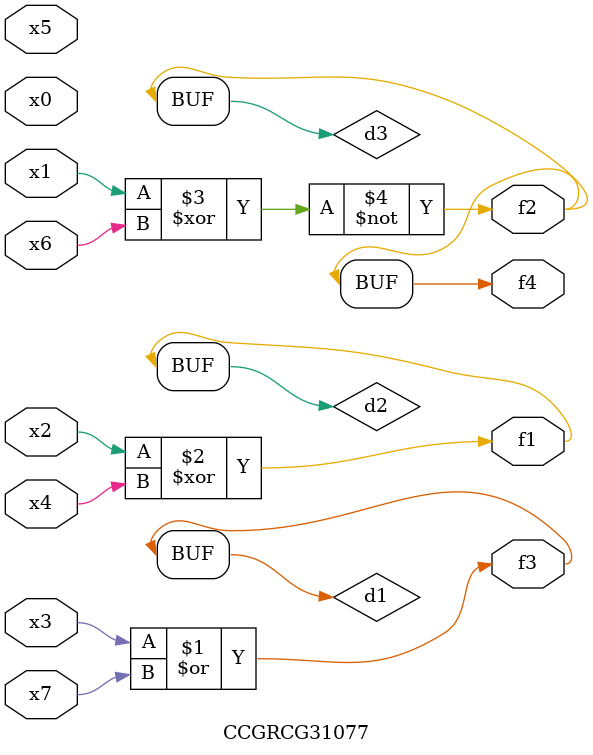
<source format=v>
module CCGRCG31077(
	input x0, x1, x2, x3, x4, x5, x6, x7,
	output f1, f2, f3, f4
);

	wire d1, d2, d3;

	or (d1, x3, x7);
	xor (d2, x2, x4);
	xnor (d3, x1, x6);
	assign f1 = d2;
	assign f2 = d3;
	assign f3 = d1;
	assign f4 = d3;
endmodule

</source>
